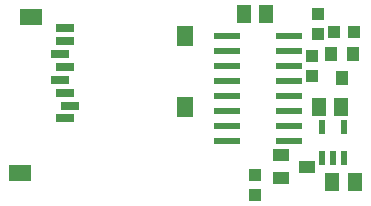
<source format=gbr>
G04 EAGLE Gerber RS-274X export*
G75*
%MOMM*%
%FSLAX34Y34*%
%LPD*%
%INSolderpaste Top*%
%IPPOS*%
%AMOC8*
5,1,8,0,0,1.08239X$1,22.5*%
G01*
%ADD10R,1.400000X1.000000*%
%ADD11R,1.000000X1.075000*%
%ADD12R,1.900000X1.400000*%
%ADD13R,1.400000X1.800000*%
%ADD14R,1.500000X0.700000*%
%ADD15R,1.240000X1.500000*%
%ADD16R,2.200000X0.600000*%
%ADD17R,0.550000X1.200000*%
%ADD18R,1.000000X1.200000*%
%ADD19R,1.075000X1.000000*%


D10*
X242140Y-17780D03*
X220140Y-27280D03*
X220140Y-8280D03*
D11*
X198120Y-24520D03*
X198120Y-41520D03*
D12*
X8110Y109030D03*
X-890Y-22970D03*
D13*
X139110Y93030D03*
X139110Y33030D03*
D14*
X37110Y100030D03*
X37110Y89030D03*
X33110Y78030D03*
X37110Y67030D03*
X33110Y56030D03*
X37110Y45030D03*
X41110Y34030D03*
X37110Y23030D03*
D15*
X188620Y111760D03*
X207620Y111760D03*
D16*
X174660Y80010D03*
X226660Y54610D03*
X174660Y92710D03*
X174660Y67310D03*
X174660Y54610D03*
X226660Y67310D03*
X226660Y41910D03*
X226660Y29210D03*
X174660Y29210D03*
X226660Y3810D03*
X174660Y41910D03*
X174660Y16510D03*
X226660Y16510D03*
X174660Y3810D03*
X226660Y80010D03*
X226660Y92710D03*
D17*
X254660Y-10461D03*
X264160Y-10461D03*
X273660Y-10461D03*
X273660Y15541D03*
X254660Y15541D03*
D15*
X252120Y33020D03*
X271120Y33020D03*
X282550Y-30480D03*
X263550Y-30480D03*
D11*
X246380Y58810D03*
X246380Y75810D03*
D18*
X271780Y57310D03*
X262280Y77310D03*
X281280Y77310D03*
D19*
X264550Y96520D03*
X281550Y96520D03*
D11*
X251460Y94370D03*
X251460Y111370D03*
M02*

</source>
